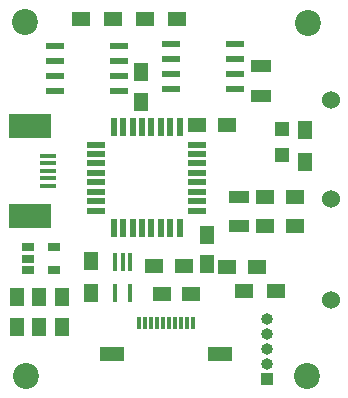
<source format=gts>
G04 #@! TF.FileFunction,Soldermask,Top*
%FSLAX46Y46*%
G04 Gerber Fmt 4.6, Leading zero omitted, Abs format (unit mm)*
G04 Created by KiCad (PCBNEW 4.0.5) date 05/13/17 18:28:42*
%MOMM*%
%LPD*%
G01*
G04 APERTURE LIST*
%ADD10C,0.100000*%
%ADD11R,0.300000X1.000000*%
%ADD12R,2.000000X1.300000*%
%ADD13R,1.500000X1.250000*%
%ADD14R,1.250000X1.500000*%
%ADD15R,3.600000X2.000000*%
%ADD16R,1.380000X0.400000*%
%ADD17R,1.000000X1.000000*%
%ADD18O,1.000000X1.000000*%
%ADD19R,1.500000X1.300000*%
%ADD20R,1.300000X1.500000*%
%ADD21R,1.060000X0.650000*%
%ADD22R,1.600000X0.550000*%
%ADD23R,0.550000X1.600000*%
%ADD24R,1.550000X0.600000*%
%ADD25R,0.400000X1.500000*%
%ADD26R,1.800000X1.000000*%
%ADD27R,1.200000X1.200000*%
%ADD28C,2.200000*%
%ADD29C,1.524000*%
G04 APERTURE END LIST*
D10*
D11*
X115050000Y-81923000D03*
X114550000Y-81923000D03*
X114050000Y-81923000D03*
X113550000Y-81923000D03*
X113050000Y-81923000D03*
X115550000Y-81923000D03*
X116050000Y-81923000D03*
X116550000Y-81923000D03*
X117050000Y-81923000D03*
X117550000Y-81923000D03*
D12*
X110750000Y-84623000D03*
X119850000Y-84623000D03*
D13*
X117939500Y-65214500D03*
X120439500Y-65214500D03*
D14*
X118745000Y-74505500D03*
X118745000Y-77005500D03*
D13*
X114320000Y-77152500D03*
X116820000Y-77152500D03*
X122979500Y-77216000D03*
X120479500Y-77216000D03*
D14*
X102679500Y-82276000D03*
X102679500Y-79776000D03*
X106489500Y-79776000D03*
X106489500Y-82276000D03*
D13*
X126218000Y-73787000D03*
X123718000Y-73787000D03*
X126218000Y-71310500D03*
X123718000Y-71310500D03*
D14*
X113157000Y-63226000D03*
X113157000Y-60726000D03*
D13*
X114955000Y-79502000D03*
X117455000Y-79502000D03*
D14*
X104584500Y-79776000D03*
X104584500Y-82276000D03*
D15*
X103748000Y-65288000D03*
X103748000Y-72888000D03*
D16*
X105283000Y-67818000D03*
X105283000Y-69088000D03*
X105283000Y-70358000D03*
X105283000Y-68453000D03*
X105283000Y-69723000D03*
D17*
X123825000Y-86741000D03*
D18*
X123825000Y-85471000D03*
X123825000Y-84201000D03*
X123825000Y-82931000D03*
X123825000Y-81661000D03*
D19*
X124603500Y-79248000D03*
X121903500Y-79248000D03*
X116221500Y-56261000D03*
X113521500Y-56261000D03*
X108124000Y-56197500D03*
X110824000Y-56197500D03*
D20*
X108966000Y-79455000D03*
X108966000Y-76755000D03*
D21*
X103611500Y-75567500D03*
X103611500Y-76517500D03*
X103611500Y-77467500D03*
X105811500Y-77467500D03*
X105811500Y-75567500D03*
D22*
X117915000Y-72459500D03*
X117915000Y-71659500D03*
X117915000Y-70859500D03*
X117915000Y-70059500D03*
X117915000Y-69259500D03*
X117915000Y-68459500D03*
X117915000Y-67659500D03*
X117915000Y-66859500D03*
D23*
X116465000Y-65409500D03*
X115665000Y-65409500D03*
X114865000Y-65409500D03*
X114065000Y-65409500D03*
X113265000Y-65409500D03*
X112465000Y-65409500D03*
X111665000Y-65409500D03*
X110865000Y-65409500D03*
D22*
X109415000Y-66859500D03*
X109415000Y-67659500D03*
X109415000Y-68459500D03*
X109415000Y-69259500D03*
X109415000Y-70059500D03*
X109415000Y-70859500D03*
X109415000Y-71659500D03*
X109415000Y-72459500D03*
D23*
X110865000Y-73909500D03*
X111665000Y-73909500D03*
X112465000Y-73909500D03*
X113265000Y-73909500D03*
X114065000Y-73909500D03*
X114865000Y-73909500D03*
X115665000Y-73909500D03*
X116465000Y-73909500D03*
D24*
X105885000Y-58483500D03*
X105885000Y-59753500D03*
X105885000Y-61023500D03*
X105885000Y-62293500D03*
X111285000Y-62293500D03*
X111285000Y-61023500D03*
X111285000Y-59753500D03*
X111285000Y-58483500D03*
X121127500Y-62166500D03*
X121127500Y-60896500D03*
X121127500Y-59626500D03*
X121127500Y-58356500D03*
X115727500Y-58356500D03*
X115727500Y-59626500D03*
X115727500Y-60896500D03*
X115727500Y-62166500D03*
D25*
X112283000Y-76775000D03*
X111633000Y-76775000D03*
X110983000Y-76775000D03*
X110983000Y-79435000D03*
X112283000Y-79435000D03*
D26*
X121475500Y-73767000D03*
X121475500Y-71267000D03*
X123317000Y-62718000D03*
X123317000Y-60218000D03*
D27*
X125158500Y-65511500D03*
X125158500Y-67711500D03*
D20*
X127063500Y-68342500D03*
X127063500Y-65642500D03*
D28*
X103327200Y-56464200D03*
X127304800Y-56540400D03*
X103428800Y-86410800D03*
X127279400Y-86410800D03*
D29*
X129254000Y-80010000D03*
X129254000Y-71501000D03*
X129254000Y-63119000D03*
M02*

</source>
